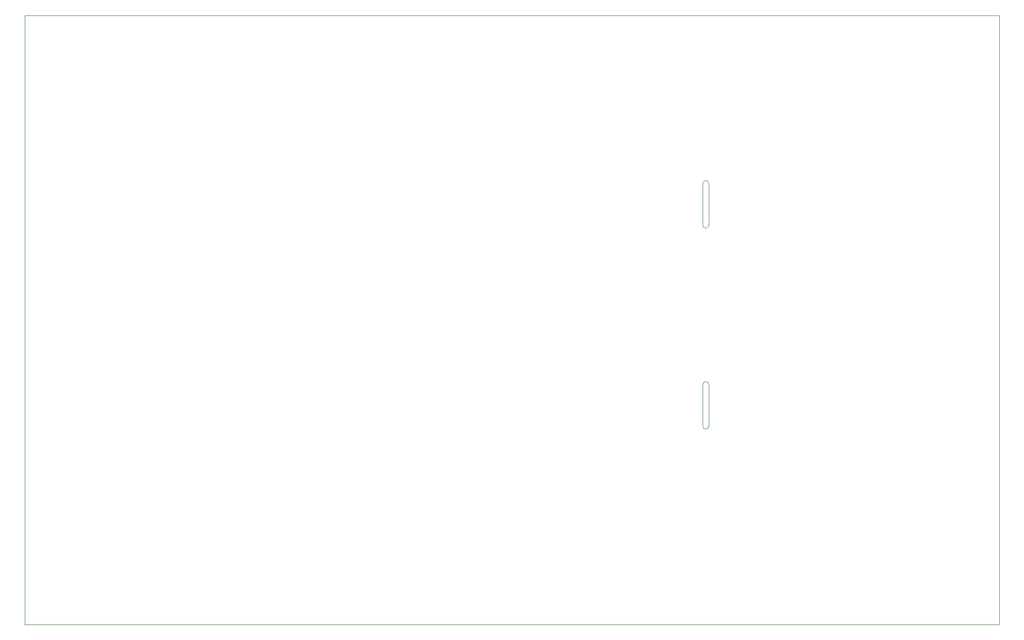
<source format=gbr>
%TF.GenerationSoftware,KiCad,Pcbnew,(5.1.9)-1*%
%TF.CreationDate,2021-05-16T21:10:09+02:00*%
%TF.ProjectId,AR2ISS_Isolator,41523249-5353-45f4-9973-6f6c61746f72,rev?*%
%TF.SameCoordinates,Original*%
%TF.FileFunction,Profile,NP*%
%FSLAX46Y46*%
G04 Gerber Fmt 4.6, Leading zero omitted, Abs format (unit mm)*
G04 Created by KiCad (PCBNEW (5.1.9)-1) date 2021-05-16 21:10:09*
%MOMM*%
%LPD*%
G01*
G04 APERTURE LIST*
%TA.AperFunction,Profile*%
%ADD10C,0.050000*%
%TD*%
G04 APERTURE END LIST*
D10*
X161300000Y-110600000D02*
G75*
G02*
X162300000Y-110600000I500000J0D01*
G01*
X162300000Y-117400000D02*
X162300000Y-110600000D01*
X161300000Y-110600000D02*
X161300000Y-117400000D01*
X162300000Y-117400000D02*
G75*
G02*
X161300000Y-117400000I-500000J0D01*
G01*
X162300000Y-84400000D02*
G75*
G02*
X161300000Y-84400000I-500000J0D01*
G01*
X161300000Y-77600000D02*
X161300000Y-84400000D01*
X162300000Y-84400000D02*
X162300000Y-77600000D01*
X161300000Y-77600000D02*
G75*
G02*
X162300000Y-77600000I500000J0D01*
G01*
X50000000Y-50000000D02*
X210000000Y-50000000D01*
X210000000Y-150000000D02*
X50000000Y-150000000D01*
X210000000Y-50000000D02*
X210000000Y-150000000D01*
X50000000Y-50000000D02*
X50000000Y-150000000D01*
M02*

</source>
